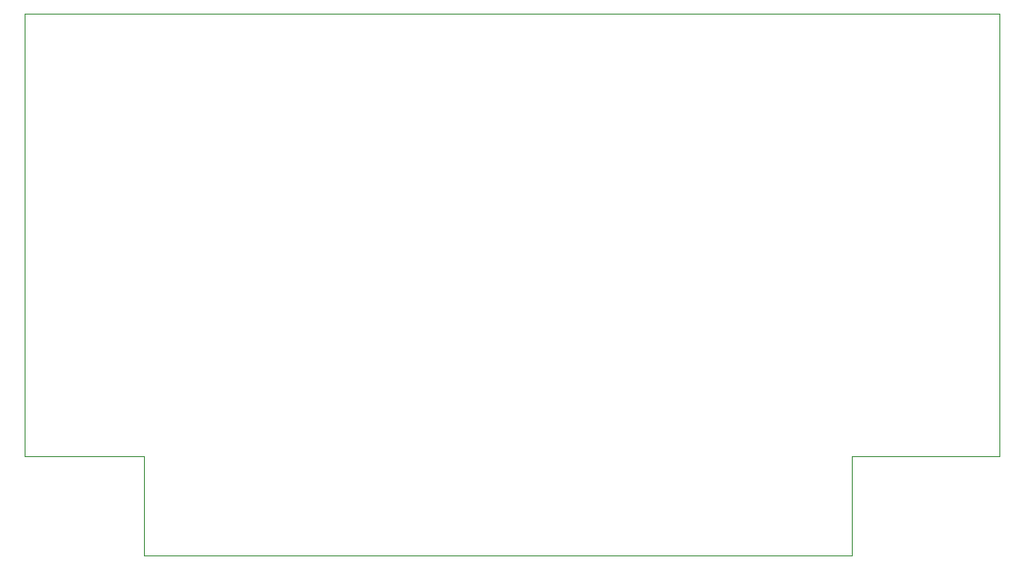
<source format=gbr>
%TF.GenerationSoftware,KiCad,Pcbnew,(6.0.6)*%
%TF.CreationDate,2023-04-01T18:19:22-04:00*%
%TF.ProjectId,SMS-to-GG,534d532d-746f-42d4-9747-2e6b69636164,rev?*%
%TF.SameCoordinates,Original*%
%TF.FileFunction,Profile,NP*%
%FSLAX46Y46*%
G04 Gerber Fmt 4.6, Leading zero omitted, Abs format (unit mm)*
G04 Created by KiCad (PCBNEW (6.0.6)) date 2023-04-01 18:19:22*
%MOMM*%
%LPD*%
G01*
G04 APERTURE LIST*
%TA.AperFunction,Profile*%
%ADD10C,0.100000*%
%TD*%
G04 APERTURE END LIST*
D10*
X30734000Y-107823000D02*
X30734000Y-117094000D01*
X110236000Y-66675000D02*
X19685000Y-66675000D01*
X30734000Y-117094000D02*
X96520000Y-117094000D01*
X110236000Y-107823000D02*
X110236000Y-66675000D01*
X96520000Y-107823000D02*
X110236000Y-107823000D01*
X19685000Y-66675000D02*
X19685000Y-107823000D01*
X96520000Y-117094000D02*
X96520000Y-107823000D01*
X19685000Y-107823000D02*
X30734000Y-107823000D01*
M02*

</source>
